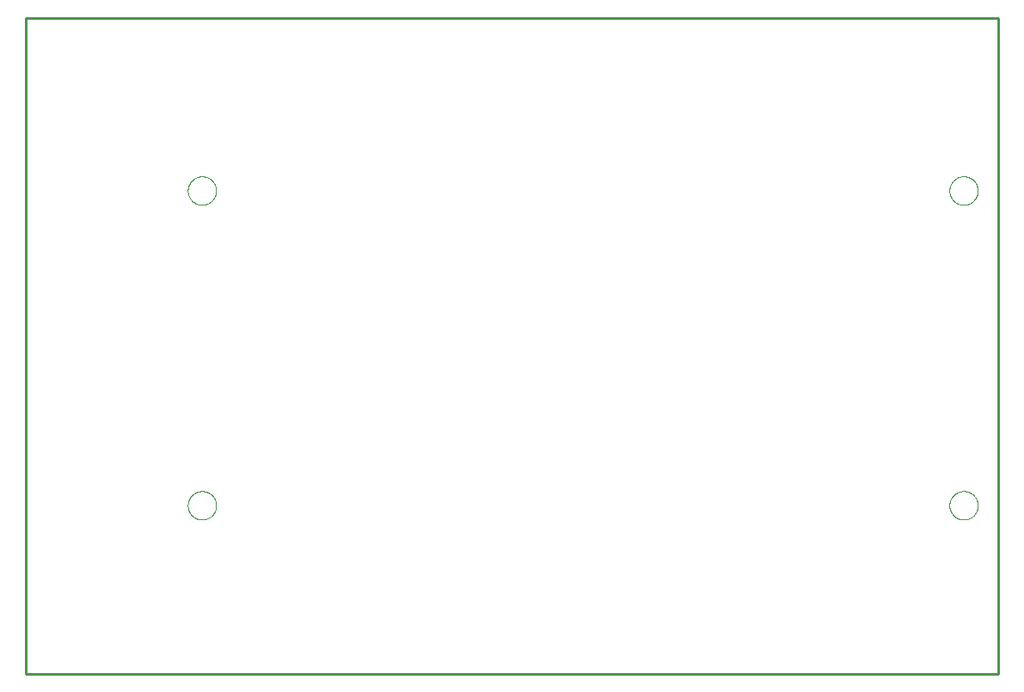
<source format=gko>
G75*
%MOIN*%
%OFA0B0*%
%FSLAX25Y25*%
%IPPOS*%
%LPD*%
%AMOC8*
5,1,8,0,0,1.08239X$1,22.5*
%
%ADD10C,0.01000*%
%ADD11C,0.00000*%
D10*
X0001500Y0001500D02*
X0001500Y0256000D01*
X0378500Y0256000D01*
X0378500Y0001500D01*
X0001500Y0001500D01*
D11*
X0064350Y0066976D02*
X0064352Y0067124D01*
X0064358Y0067272D01*
X0064368Y0067420D01*
X0064382Y0067567D01*
X0064400Y0067714D01*
X0064421Y0067860D01*
X0064447Y0068006D01*
X0064477Y0068151D01*
X0064510Y0068295D01*
X0064548Y0068438D01*
X0064589Y0068580D01*
X0064634Y0068721D01*
X0064682Y0068861D01*
X0064735Y0069000D01*
X0064791Y0069137D01*
X0064851Y0069272D01*
X0064914Y0069406D01*
X0064981Y0069538D01*
X0065052Y0069668D01*
X0065126Y0069796D01*
X0065203Y0069922D01*
X0065284Y0070046D01*
X0065368Y0070168D01*
X0065455Y0070287D01*
X0065546Y0070404D01*
X0065640Y0070519D01*
X0065736Y0070631D01*
X0065836Y0070741D01*
X0065938Y0070847D01*
X0066044Y0070951D01*
X0066152Y0071052D01*
X0066263Y0071150D01*
X0066376Y0071246D01*
X0066492Y0071338D01*
X0066610Y0071427D01*
X0066731Y0071512D01*
X0066854Y0071595D01*
X0066979Y0071674D01*
X0067106Y0071750D01*
X0067235Y0071822D01*
X0067366Y0071891D01*
X0067499Y0071956D01*
X0067634Y0072017D01*
X0067770Y0072075D01*
X0067907Y0072130D01*
X0068046Y0072180D01*
X0068187Y0072227D01*
X0068328Y0072270D01*
X0068471Y0072310D01*
X0068615Y0072345D01*
X0068759Y0072377D01*
X0068905Y0072404D01*
X0069051Y0072428D01*
X0069198Y0072448D01*
X0069345Y0072464D01*
X0069492Y0072476D01*
X0069640Y0072484D01*
X0069788Y0072488D01*
X0069936Y0072488D01*
X0070084Y0072484D01*
X0070232Y0072476D01*
X0070379Y0072464D01*
X0070526Y0072448D01*
X0070673Y0072428D01*
X0070819Y0072404D01*
X0070965Y0072377D01*
X0071109Y0072345D01*
X0071253Y0072310D01*
X0071396Y0072270D01*
X0071537Y0072227D01*
X0071678Y0072180D01*
X0071817Y0072130D01*
X0071954Y0072075D01*
X0072090Y0072017D01*
X0072225Y0071956D01*
X0072358Y0071891D01*
X0072489Y0071822D01*
X0072618Y0071750D01*
X0072745Y0071674D01*
X0072870Y0071595D01*
X0072993Y0071512D01*
X0073114Y0071427D01*
X0073232Y0071338D01*
X0073348Y0071246D01*
X0073461Y0071150D01*
X0073572Y0071052D01*
X0073680Y0070951D01*
X0073786Y0070847D01*
X0073888Y0070741D01*
X0073988Y0070631D01*
X0074084Y0070519D01*
X0074178Y0070404D01*
X0074269Y0070287D01*
X0074356Y0070168D01*
X0074440Y0070046D01*
X0074521Y0069922D01*
X0074598Y0069796D01*
X0074672Y0069668D01*
X0074743Y0069538D01*
X0074810Y0069406D01*
X0074873Y0069272D01*
X0074933Y0069137D01*
X0074989Y0069000D01*
X0075042Y0068861D01*
X0075090Y0068721D01*
X0075135Y0068580D01*
X0075176Y0068438D01*
X0075214Y0068295D01*
X0075247Y0068151D01*
X0075277Y0068006D01*
X0075303Y0067860D01*
X0075324Y0067714D01*
X0075342Y0067567D01*
X0075356Y0067420D01*
X0075366Y0067272D01*
X0075372Y0067124D01*
X0075374Y0066976D01*
X0075372Y0066828D01*
X0075366Y0066680D01*
X0075356Y0066532D01*
X0075342Y0066385D01*
X0075324Y0066238D01*
X0075303Y0066092D01*
X0075277Y0065946D01*
X0075247Y0065801D01*
X0075214Y0065657D01*
X0075176Y0065514D01*
X0075135Y0065372D01*
X0075090Y0065231D01*
X0075042Y0065091D01*
X0074989Y0064952D01*
X0074933Y0064815D01*
X0074873Y0064680D01*
X0074810Y0064546D01*
X0074743Y0064414D01*
X0074672Y0064284D01*
X0074598Y0064156D01*
X0074521Y0064030D01*
X0074440Y0063906D01*
X0074356Y0063784D01*
X0074269Y0063665D01*
X0074178Y0063548D01*
X0074084Y0063433D01*
X0073988Y0063321D01*
X0073888Y0063211D01*
X0073786Y0063105D01*
X0073680Y0063001D01*
X0073572Y0062900D01*
X0073461Y0062802D01*
X0073348Y0062706D01*
X0073232Y0062614D01*
X0073114Y0062525D01*
X0072993Y0062440D01*
X0072870Y0062357D01*
X0072745Y0062278D01*
X0072618Y0062202D01*
X0072489Y0062130D01*
X0072358Y0062061D01*
X0072225Y0061996D01*
X0072090Y0061935D01*
X0071954Y0061877D01*
X0071817Y0061822D01*
X0071678Y0061772D01*
X0071537Y0061725D01*
X0071396Y0061682D01*
X0071253Y0061642D01*
X0071109Y0061607D01*
X0070965Y0061575D01*
X0070819Y0061548D01*
X0070673Y0061524D01*
X0070526Y0061504D01*
X0070379Y0061488D01*
X0070232Y0061476D01*
X0070084Y0061468D01*
X0069936Y0061464D01*
X0069788Y0061464D01*
X0069640Y0061468D01*
X0069492Y0061476D01*
X0069345Y0061488D01*
X0069198Y0061504D01*
X0069051Y0061524D01*
X0068905Y0061548D01*
X0068759Y0061575D01*
X0068615Y0061607D01*
X0068471Y0061642D01*
X0068328Y0061682D01*
X0068187Y0061725D01*
X0068046Y0061772D01*
X0067907Y0061822D01*
X0067770Y0061877D01*
X0067634Y0061935D01*
X0067499Y0061996D01*
X0067366Y0062061D01*
X0067235Y0062130D01*
X0067106Y0062202D01*
X0066979Y0062278D01*
X0066854Y0062357D01*
X0066731Y0062440D01*
X0066610Y0062525D01*
X0066492Y0062614D01*
X0066376Y0062706D01*
X0066263Y0062802D01*
X0066152Y0062900D01*
X0066044Y0063001D01*
X0065938Y0063105D01*
X0065836Y0063211D01*
X0065736Y0063321D01*
X0065640Y0063433D01*
X0065546Y0063548D01*
X0065455Y0063665D01*
X0065368Y0063784D01*
X0065284Y0063906D01*
X0065203Y0064030D01*
X0065126Y0064156D01*
X0065052Y0064284D01*
X0064981Y0064414D01*
X0064914Y0064546D01*
X0064851Y0064680D01*
X0064791Y0064815D01*
X0064735Y0064952D01*
X0064682Y0065091D01*
X0064634Y0065231D01*
X0064589Y0065372D01*
X0064548Y0065514D01*
X0064510Y0065657D01*
X0064477Y0065801D01*
X0064447Y0065946D01*
X0064421Y0066092D01*
X0064400Y0066238D01*
X0064382Y0066385D01*
X0064368Y0066532D01*
X0064358Y0066680D01*
X0064352Y0066828D01*
X0064350Y0066976D01*
X0064350Y0189024D02*
X0064352Y0189172D01*
X0064358Y0189320D01*
X0064368Y0189468D01*
X0064382Y0189615D01*
X0064400Y0189762D01*
X0064421Y0189908D01*
X0064447Y0190054D01*
X0064477Y0190199D01*
X0064510Y0190343D01*
X0064548Y0190486D01*
X0064589Y0190628D01*
X0064634Y0190769D01*
X0064682Y0190909D01*
X0064735Y0191048D01*
X0064791Y0191185D01*
X0064851Y0191320D01*
X0064914Y0191454D01*
X0064981Y0191586D01*
X0065052Y0191716D01*
X0065126Y0191844D01*
X0065203Y0191970D01*
X0065284Y0192094D01*
X0065368Y0192216D01*
X0065455Y0192335D01*
X0065546Y0192452D01*
X0065640Y0192567D01*
X0065736Y0192679D01*
X0065836Y0192789D01*
X0065938Y0192895D01*
X0066044Y0192999D01*
X0066152Y0193100D01*
X0066263Y0193198D01*
X0066376Y0193294D01*
X0066492Y0193386D01*
X0066610Y0193475D01*
X0066731Y0193560D01*
X0066854Y0193643D01*
X0066979Y0193722D01*
X0067106Y0193798D01*
X0067235Y0193870D01*
X0067366Y0193939D01*
X0067499Y0194004D01*
X0067634Y0194065D01*
X0067770Y0194123D01*
X0067907Y0194178D01*
X0068046Y0194228D01*
X0068187Y0194275D01*
X0068328Y0194318D01*
X0068471Y0194358D01*
X0068615Y0194393D01*
X0068759Y0194425D01*
X0068905Y0194452D01*
X0069051Y0194476D01*
X0069198Y0194496D01*
X0069345Y0194512D01*
X0069492Y0194524D01*
X0069640Y0194532D01*
X0069788Y0194536D01*
X0069936Y0194536D01*
X0070084Y0194532D01*
X0070232Y0194524D01*
X0070379Y0194512D01*
X0070526Y0194496D01*
X0070673Y0194476D01*
X0070819Y0194452D01*
X0070965Y0194425D01*
X0071109Y0194393D01*
X0071253Y0194358D01*
X0071396Y0194318D01*
X0071537Y0194275D01*
X0071678Y0194228D01*
X0071817Y0194178D01*
X0071954Y0194123D01*
X0072090Y0194065D01*
X0072225Y0194004D01*
X0072358Y0193939D01*
X0072489Y0193870D01*
X0072618Y0193798D01*
X0072745Y0193722D01*
X0072870Y0193643D01*
X0072993Y0193560D01*
X0073114Y0193475D01*
X0073232Y0193386D01*
X0073348Y0193294D01*
X0073461Y0193198D01*
X0073572Y0193100D01*
X0073680Y0192999D01*
X0073786Y0192895D01*
X0073888Y0192789D01*
X0073988Y0192679D01*
X0074084Y0192567D01*
X0074178Y0192452D01*
X0074269Y0192335D01*
X0074356Y0192216D01*
X0074440Y0192094D01*
X0074521Y0191970D01*
X0074598Y0191844D01*
X0074672Y0191716D01*
X0074743Y0191586D01*
X0074810Y0191454D01*
X0074873Y0191320D01*
X0074933Y0191185D01*
X0074989Y0191048D01*
X0075042Y0190909D01*
X0075090Y0190769D01*
X0075135Y0190628D01*
X0075176Y0190486D01*
X0075214Y0190343D01*
X0075247Y0190199D01*
X0075277Y0190054D01*
X0075303Y0189908D01*
X0075324Y0189762D01*
X0075342Y0189615D01*
X0075356Y0189468D01*
X0075366Y0189320D01*
X0075372Y0189172D01*
X0075374Y0189024D01*
X0075372Y0188876D01*
X0075366Y0188728D01*
X0075356Y0188580D01*
X0075342Y0188433D01*
X0075324Y0188286D01*
X0075303Y0188140D01*
X0075277Y0187994D01*
X0075247Y0187849D01*
X0075214Y0187705D01*
X0075176Y0187562D01*
X0075135Y0187420D01*
X0075090Y0187279D01*
X0075042Y0187139D01*
X0074989Y0187000D01*
X0074933Y0186863D01*
X0074873Y0186728D01*
X0074810Y0186594D01*
X0074743Y0186462D01*
X0074672Y0186332D01*
X0074598Y0186204D01*
X0074521Y0186078D01*
X0074440Y0185954D01*
X0074356Y0185832D01*
X0074269Y0185713D01*
X0074178Y0185596D01*
X0074084Y0185481D01*
X0073988Y0185369D01*
X0073888Y0185259D01*
X0073786Y0185153D01*
X0073680Y0185049D01*
X0073572Y0184948D01*
X0073461Y0184850D01*
X0073348Y0184754D01*
X0073232Y0184662D01*
X0073114Y0184573D01*
X0072993Y0184488D01*
X0072870Y0184405D01*
X0072745Y0184326D01*
X0072618Y0184250D01*
X0072489Y0184178D01*
X0072358Y0184109D01*
X0072225Y0184044D01*
X0072090Y0183983D01*
X0071954Y0183925D01*
X0071817Y0183870D01*
X0071678Y0183820D01*
X0071537Y0183773D01*
X0071396Y0183730D01*
X0071253Y0183690D01*
X0071109Y0183655D01*
X0070965Y0183623D01*
X0070819Y0183596D01*
X0070673Y0183572D01*
X0070526Y0183552D01*
X0070379Y0183536D01*
X0070232Y0183524D01*
X0070084Y0183516D01*
X0069936Y0183512D01*
X0069788Y0183512D01*
X0069640Y0183516D01*
X0069492Y0183524D01*
X0069345Y0183536D01*
X0069198Y0183552D01*
X0069051Y0183572D01*
X0068905Y0183596D01*
X0068759Y0183623D01*
X0068615Y0183655D01*
X0068471Y0183690D01*
X0068328Y0183730D01*
X0068187Y0183773D01*
X0068046Y0183820D01*
X0067907Y0183870D01*
X0067770Y0183925D01*
X0067634Y0183983D01*
X0067499Y0184044D01*
X0067366Y0184109D01*
X0067235Y0184178D01*
X0067106Y0184250D01*
X0066979Y0184326D01*
X0066854Y0184405D01*
X0066731Y0184488D01*
X0066610Y0184573D01*
X0066492Y0184662D01*
X0066376Y0184754D01*
X0066263Y0184850D01*
X0066152Y0184948D01*
X0066044Y0185049D01*
X0065938Y0185153D01*
X0065836Y0185259D01*
X0065736Y0185369D01*
X0065640Y0185481D01*
X0065546Y0185596D01*
X0065455Y0185713D01*
X0065368Y0185832D01*
X0065284Y0185954D01*
X0065203Y0186078D01*
X0065126Y0186204D01*
X0065052Y0186332D01*
X0064981Y0186462D01*
X0064914Y0186594D01*
X0064851Y0186728D01*
X0064791Y0186863D01*
X0064735Y0187000D01*
X0064682Y0187139D01*
X0064634Y0187279D01*
X0064589Y0187420D01*
X0064548Y0187562D01*
X0064510Y0187705D01*
X0064477Y0187849D01*
X0064447Y0187994D01*
X0064421Y0188140D01*
X0064400Y0188286D01*
X0064382Y0188433D01*
X0064368Y0188580D01*
X0064358Y0188728D01*
X0064352Y0188876D01*
X0064350Y0189024D01*
X0359626Y0189024D02*
X0359628Y0189172D01*
X0359634Y0189320D01*
X0359644Y0189468D01*
X0359658Y0189615D01*
X0359676Y0189762D01*
X0359697Y0189908D01*
X0359723Y0190054D01*
X0359753Y0190199D01*
X0359786Y0190343D01*
X0359824Y0190486D01*
X0359865Y0190628D01*
X0359910Y0190769D01*
X0359958Y0190909D01*
X0360011Y0191048D01*
X0360067Y0191185D01*
X0360127Y0191320D01*
X0360190Y0191454D01*
X0360257Y0191586D01*
X0360328Y0191716D01*
X0360402Y0191844D01*
X0360479Y0191970D01*
X0360560Y0192094D01*
X0360644Y0192216D01*
X0360731Y0192335D01*
X0360822Y0192452D01*
X0360916Y0192567D01*
X0361012Y0192679D01*
X0361112Y0192789D01*
X0361214Y0192895D01*
X0361320Y0192999D01*
X0361428Y0193100D01*
X0361539Y0193198D01*
X0361652Y0193294D01*
X0361768Y0193386D01*
X0361886Y0193475D01*
X0362007Y0193560D01*
X0362130Y0193643D01*
X0362255Y0193722D01*
X0362382Y0193798D01*
X0362511Y0193870D01*
X0362642Y0193939D01*
X0362775Y0194004D01*
X0362910Y0194065D01*
X0363046Y0194123D01*
X0363183Y0194178D01*
X0363322Y0194228D01*
X0363463Y0194275D01*
X0363604Y0194318D01*
X0363747Y0194358D01*
X0363891Y0194393D01*
X0364035Y0194425D01*
X0364181Y0194452D01*
X0364327Y0194476D01*
X0364474Y0194496D01*
X0364621Y0194512D01*
X0364768Y0194524D01*
X0364916Y0194532D01*
X0365064Y0194536D01*
X0365212Y0194536D01*
X0365360Y0194532D01*
X0365508Y0194524D01*
X0365655Y0194512D01*
X0365802Y0194496D01*
X0365949Y0194476D01*
X0366095Y0194452D01*
X0366241Y0194425D01*
X0366385Y0194393D01*
X0366529Y0194358D01*
X0366672Y0194318D01*
X0366813Y0194275D01*
X0366954Y0194228D01*
X0367093Y0194178D01*
X0367230Y0194123D01*
X0367366Y0194065D01*
X0367501Y0194004D01*
X0367634Y0193939D01*
X0367765Y0193870D01*
X0367894Y0193798D01*
X0368021Y0193722D01*
X0368146Y0193643D01*
X0368269Y0193560D01*
X0368390Y0193475D01*
X0368508Y0193386D01*
X0368624Y0193294D01*
X0368737Y0193198D01*
X0368848Y0193100D01*
X0368956Y0192999D01*
X0369062Y0192895D01*
X0369164Y0192789D01*
X0369264Y0192679D01*
X0369360Y0192567D01*
X0369454Y0192452D01*
X0369545Y0192335D01*
X0369632Y0192216D01*
X0369716Y0192094D01*
X0369797Y0191970D01*
X0369874Y0191844D01*
X0369948Y0191716D01*
X0370019Y0191586D01*
X0370086Y0191454D01*
X0370149Y0191320D01*
X0370209Y0191185D01*
X0370265Y0191048D01*
X0370318Y0190909D01*
X0370366Y0190769D01*
X0370411Y0190628D01*
X0370452Y0190486D01*
X0370490Y0190343D01*
X0370523Y0190199D01*
X0370553Y0190054D01*
X0370579Y0189908D01*
X0370600Y0189762D01*
X0370618Y0189615D01*
X0370632Y0189468D01*
X0370642Y0189320D01*
X0370648Y0189172D01*
X0370650Y0189024D01*
X0370648Y0188876D01*
X0370642Y0188728D01*
X0370632Y0188580D01*
X0370618Y0188433D01*
X0370600Y0188286D01*
X0370579Y0188140D01*
X0370553Y0187994D01*
X0370523Y0187849D01*
X0370490Y0187705D01*
X0370452Y0187562D01*
X0370411Y0187420D01*
X0370366Y0187279D01*
X0370318Y0187139D01*
X0370265Y0187000D01*
X0370209Y0186863D01*
X0370149Y0186728D01*
X0370086Y0186594D01*
X0370019Y0186462D01*
X0369948Y0186332D01*
X0369874Y0186204D01*
X0369797Y0186078D01*
X0369716Y0185954D01*
X0369632Y0185832D01*
X0369545Y0185713D01*
X0369454Y0185596D01*
X0369360Y0185481D01*
X0369264Y0185369D01*
X0369164Y0185259D01*
X0369062Y0185153D01*
X0368956Y0185049D01*
X0368848Y0184948D01*
X0368737Y0184850D01*
X0368624Y0184754D01*
X0368508Y0184662D01*
X0368390Y0184573D01*
X0368269Y0184488D01*
X0368146Y0184405D01*
X0368021Y0184326D01*
X0367894Y0184250D01*
X0367765Y0184178D01*
X0367634Y0184109D01*
X0367501Y0184044D01*
X0367366Y0183983D01*
X0367230Y0183925D01*
X0367093Y0183870D01*
X0366954Y0183820D01*
X0366813Y0183773D01*
X0366672Y0183730D01*
X0366529Y0183690D01*
X0366385Y0183655D01*
X0366241Y0183623D01*
X0366095Y0183596D01*
X0365949Y0183572D01*
X0365802Y0183552D01*
X0365655Y0183536D01*
X0365508Y0183524D01*
X0365360Y0183516D01*
X0365212Y0183512D01*
X0365064Y0183512D01*
X0364916Y0183516D01*
X0364768Y0183524D01*
X0364621Y0183536D01*
X0364474Y0183552D01*
X0364327Y0183572D01*
X0364181Y0183596D01*
X0364035Y0183623D01*
X0363891Y0183655D01*
X0363747Y0183690D01*
X0363604Y0183730D01*
X0363463Y0183773D01*
X0363322Y0183820D01*
X0363183Y0183870D01*
X0363046Y0183925D01*
X0362910Y0183983D01*
X0362775Y0184044D01*
X0362642Y0184109D01*
X0362511Y0184178D01*
X0362382Y0184250D01*
X0362255Y0184326D01*
X0362130Y0184405D01*
X0362007Y0184488D01*
X0361886Y0184573D01*
X0361768Y0184662D01*
X0361652Y0184754D01*
X0361539Y0184850D01*
X0361428Y0184948D01*
X0361320Y0185049D01*
X0361214Y0185153D01*
X0361112Y0185259D01*
X0361012Y0185369D01*
X0360916Y0185481D01*
X0360822Y0185596D01*
X0360731Y0185713D01*
X0360644Y0185832D01*
X0360560Y0185954D01*
X0360479Y0186078D01*
X0360402Y0186204D01*
X0360328Y0186332D01*
X0360257Y0186462D01*
X0360190Y0186594D01*
X0360127Y0186728D01*
X0360067Y0186863D01*
X0360011Y0187000D01*
X0359958Y0187139D01*
X0359910Y0187279D01*
X0359865Y0187420D01*
X0359824Y0187562D01*
X0359786Y0187705D01*
X0359753Y0187849D01*
X0359723Y0187994D01*
X0359697Y0188140D01*
X0359676Y0188286D01*
X0359658Y0188433D01*
X0359644Y0188580D01*
X0359634Y0188728D01*
X0359628Y0188876D01*
X0359626Y0189024D01*
X0359626Y0066976D02*
X0359628Y0067124D01*
X0359634Y0067272D01*
X0359644Y0067420D01*
X0359658Y0067567D01*
X0359676Y0067714D01*
X0359697Y0067860D01*
X0359723Y0068006D01*
X0359753Y0068151D01*
X0359786Y0068295D01*
X0359824Y0068438D01*
X0359865Y0068580D01*
X0359910Y0068721D01*
X0359958Y0068861D01*
X0360011Y0069000D01*
X0360067Y0069137D01*
X0360127Y0069272D01*
X0360190Y0069406D01*
X0360257Y0069538D01*
X0360328Y0069668D01*
X0360402Y0069796D01*
X0360479Y0069922D01*
X0360560Y0070046D01*
X0360644Y0070168D01*
X0360731Y0070287D01*
X0360822Y0070404D01*
X0360916Y0070519D01*
X0361012Y0070631D01*
X0361112Y0070741D01*
X0361214Y0070847D01*
X0361320Y0070951D01*
X0361428Y0071052D01*
X0361539Y0071150D01*
X0361652Y0071246D01*
X0361768Y0071338D01*
X0361886Y0071427D01*
X0362007Y0071512D01*
X0362130Y0071595D01*
X0362255Y0071674D01*
X0362382Y0071750D01*
X0362511Y0071822D01*
X0362642Y0071891D01*
X0362775Y0071956D01*
X0362910Y0072017D01*
X0363046Y0072075D01*
X0363183Y0072130D01*
X0363322Y0072180D01*
X0363463Y0072227D01*
X0363604Y0072270D01*
X0363747Y0072310D01*
X0363891Y0072345D01*
X0364035Y0072377D01*
X0364181Y0072404D01*
X0364327Y0072428D01*
X0364474Y0072448D01*
X0364621Y0072464D01*
X0364768Y0072476D01*
X0364916Y0072484D01*
X0365064Y0072488D01*
X0365212Y0072488D01*
X0365360Y0072484D01*
X0365508Y0072476D01*
X0365655Y0072464D01*
X0365802Y0072448D01*
X0365949Y0072428D01*
X0366095Y0072404D01*
X0366241Y0072377D01*
X0366385Y0072345D01*
X0366529Y0072310D01*
X0366672Y0072270D01*
X0366813Y0072227D01*
X0366954Y0072180D01*
X0367093Y0072130D01*
X0367230Y0072075D01*
X0367366Y0072017D01*
X0367501Y0071956D01*
X0367634Y0071891D01*
X0367765Y0071822D01*
X0367894Y0071750D01*
X0368021Y0071674D01*
X0368146Y0071595D01*
X0368269Y0071512D01*
X0368390Y0071427D01*
X0368508Y0071338D01*
X0368624Y0071246D01*
X0368737Y0071150D01*
X0368848Y0071052D01*
X0368956Y0070951D01*
X0369062Y0070847D01*
X0369164Y0070741D01*
X0369264Y0070631D01*
X0369360Y0070519D01*
X0369454Y0070404D01*
X0369545Y0070287D01*
X0369632Y0070168D01*
X0369716Y0070046D01*
X0369797Y0069922D01*
X0369874Y0069796D01*
X0369948Y0069668D01*
X0370019Y0069538D01*
X0370086Y0069406D01*
X0370149Y0069272D01*
X0370209Y0069137D01*
X0370265Y0069000D01*
X0370318Y0068861D01*
X0370366Y0068721D01*
X0370411Y0068580D01*
X0370452Y0068438D01*
X0370490Y0068295D01*
X0370523Y0068151D01*
X0370553Y0068006D01*
X0370579Y0067860D01*
X0370600Y0067714D01*
X0370618Y0067567D01*
X0370632Y0067420D01*
X0370642Y0067272D01*
X0370648Y0067124D01*
X0370650Y0066976D01*
X0370648Y0066828D01*
X0370642Y0066680D01*
X0370632Y0066532D01*
X0370618Y0066385D01*
X0370600Y0066238D01*
X0370579Y0066092D01*
X0370553Y0065946D01*
X0370523Y0065801D01*
X0370490Y0065657D01*
X0370452Y0065514D01*
X0370411Y0065372D01*
X0370366Y0065231D01*
X0370318Y0065091D01*
X0370265Y0064952D01*
X0370209Y0064815D01*
X0370149Y0064680D01*
X0370086Y0064546D01*
X0370019Y0064414D01*
X0369948Y0064284D01*
X0369874Y0064156D01*
X0369797Y0064030D01*
X0369716Y0063906D01*
X0369632Y0063784D01*
X0369545Y0063665D01*
X0369454Y0063548D01*
X0369360Y0063433D01*
X0369264Y0063321D01*
X0369164Y0063211D01*
X0369062Y0063105D01*
X0368956Y0063001D01*
X0368848Y0062900D01*
X0368737Y0062802D01*
X0368624Y0062706D01*
X0368508Y0062614D01*
X0368390Y0062525D01*
X0368269Y0062440D01*
X0368146Y0062357D01*
X0368021Y0062278D01*
X0367894Y0062202D01*
X0367765Y0062130D01*
X0367634Y0062061D01*
X0367501Y0061996D01*
X0367366Y0061935D01*
X0367230Y0061877D01*
X0367093Y0061822D01*
X0366954Y0061772D01*
X0366813Y0061725D01*
X0366672Y0061682D01*
X0366529Y0061642D01*
X0366385Y0061607D01*
X0366241Y0061575D01*
X0366095Y0061548D01*
X0365949Y0061524D01*
X0365802Y0061504D01*
X0365655Y0061488D01*
X0365508Y0061476D01*
X0365360Y0061468D01*
X0365212Y0061464D01*
X0365064Y0061464D01*
X0364916Y0061468D01*
X0364768Y0061476D01*
X0364621Y0061488D01*
X0364474Y0061504D01*
X0364327Y0061524D01*
X0364181Y0061548D01*
X0364035Y0061575D01*
X0363891Y0061607D01*
X0363747Y0061642D01*
X0363604Y0061682D01*
X0363463Y0061725D01*
X0363322Y0061772D01*
X0363183Y0061822D01*
X0363046Y0061877D01*
X0362910Y0061935D01*
X0362775Y0061996D01*
X0362642Y0062061D01*
X0362511Y0062130D01*
X0362382Y0062202D01*
X0362255Y0062278D01*
X0362130Y0062357D01*
X0362007Y0062440D01*
X0361886Y0062525D01*
X0361768Y0062614D01*
X0361652Y0062706D01*
X0361539Y0062802D01*
X0361428Y0062900D01*
X0361320Y0063001D01*
X0361214Y0063105D01*
X0361112Y0063211D01*
X0361012Y0063321D01*
X0360916Y0063433D01*
X0360822Y0063548D01*
X0360731Y0063665D01*
X0360644Y0063784D01*
X0360560Y0063906D01*
X0360479Y0064030D01*
X0360402Y0064156D01*
X0360328Y0064284D01*
X0360257Y0064414D01*
X0360190Y0064546D01*
X0360127Y0064680D01*
X0360067Y0064815D01*
X0360011Y0064952D01*
X0359958Y0065091D01*
X0359910Y0065231D01*
X0359865Y0065372D01*
X0359824Y0065514D01*
X0359786Y0065657D01*
X0359753Y0065801D01*
X0359723Y0065946D01*
X0359697Y0066092D01*
X0359676Y0066238D01*
X0359658Y0066385D01*
X0359644Y0066532D01*
X0359634Y0066680D01*
X0359628Y0066828D01*
X0359626Y0066976D01*
M02*

</source>
